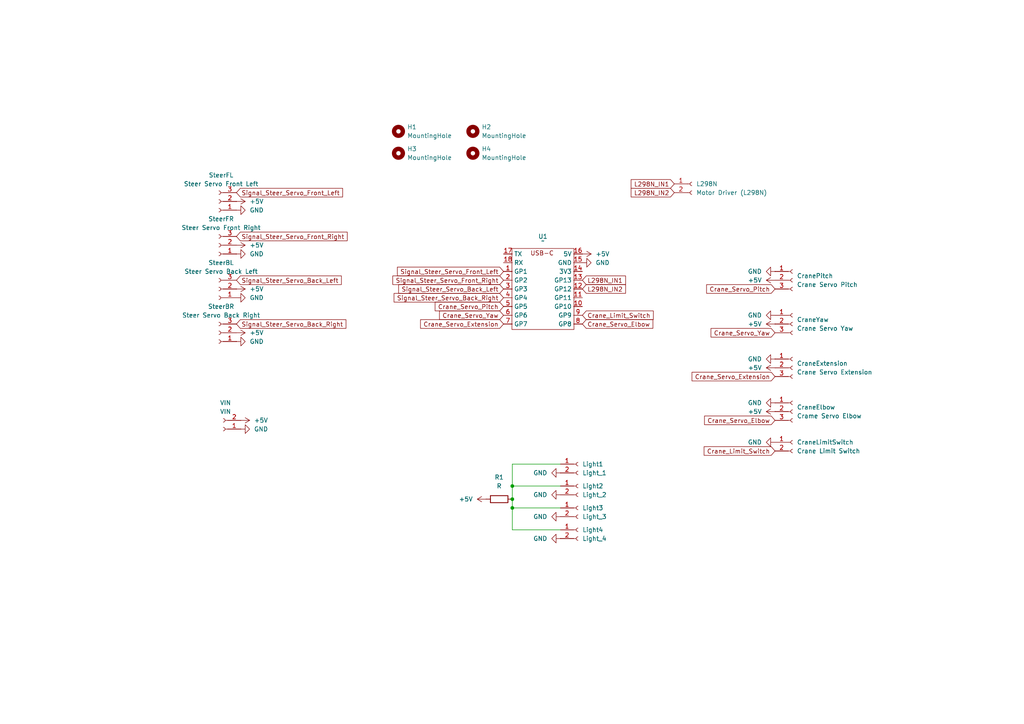
<source format=kicad_sch>
(kicad_sch (version 20250114) (generator "eeschema") (generator_version "9.0")
  (paper "A4")
  (lib_symbols
    (symbol "1-5 scale boards:ESP32-S3-SUPERMINI"
      (property "Reference" "U" (at 0 0 0))
      (symbol "ESP32-S3-SUPERMINI_0_1"
        (rectangle (start -9 11.75) (end 9 -11.75))
      )
      (symbol "ESP32-S3-SUPERMINI_1_1"
        (text "USB-C\n" (at -0.254 10.414 0) (effects (font (size 1.27 1.27))))
        (pin input line (at -11.43 10.16 0) (length 2.54) (name "TX") (number "17"))
        (pin input line (at -11.43 7.62 0) (length 2.54) (name "RX") (number "18"))
        (pin input line (at -11.43 5.08 0) (length 2.54) (name "GP1") (number "1"))
        (pin input line (at -11.43 2.54 0) (length 2.54) (name "GP2") (number "2"))
        (pin input line (at -11.43 0 0) (length 2.54) (name "GP3") (number "3"))
        (pin input line (at -11.43 -2.54 0) (length 2.54) (name "GP4") (number "4"))
        (pin input line (at -11.43 -5.08 0) (length 2.54) (name "GP5") (number "5"))
        (pin input line (at -11.43 -7.62 0) (length 2.54) (name "GP6") (number "6"))
        (pin input line (at -11.43 -10.16 0) (length 2.54) (name "GP7") (number "7"))
        (pin input line (at 11.43 10.16 180) (length 2.54) (name "5V") (number "16"))
        (pin input line (at 11.43 7.62 180) (length 2.54) (name "GND") (number "15"))
        (pin input line (at 11.43 5.08 180) (length 2.54) (name "3V3") (number "14"))
        (pin input line (at 11.43 2.54 180) (length 2.54) (name "GP13") (number "13"))
        (pin input line (at 11.43 0 180) (length 2.54) (name "GP12") (number "12"))
        (pin input line (at 11.43 -2.54 180) (length 2.54) (name "GP11") (number "11"))
        (pin input line (at 11.43 -5.08 180) (length 2.54) (name "GP10") (number "10"))
        (pin input line (at 11.43 -7.62 180) (length 2.54) (name "GP9") (number "9"))
        (pin input line (at 11.43 -10.16 180) (length 2.54) (name "GP8") (number "8"))
      )
    )
    (symbol "Connector:Conn_01x02_Socket" (pin_names (offset 1.016) (hide yes))
      (property "Reference" "J" (at 0 2.54 0))
      (property "Value" "Conn_01x02_Socket" (at 0 -5.08 0))
      (symbol "Conn_01x02_Socket_1_1"
        (polyline (pts (xy -1.27 0) (xy -0.508 0)) (stroke (width 0.1524)))
        (polyline (pts (xy -1.27 -2.54) (xy -0.508 -2.54)) (stroke (width 0.1524)))
        (arc (start 0 -0.508) (mid -0.5058 0) (end 0 0.508) (stroke (width 0.1524)))
        (arc (start 0 -3.048) (mid -0.5058 -2.54) (end 0 -2.032) (stroke (width 0.1524)))
        (pin passive line (at -5.08 0 0) (length 3.81) (name "Pin_1") (number "1"))
        (pin passive line (at -5.08 -2.54 0) (length 3.81) (name "Pin_2") (number "2"))
      )
    )
    (symbol "Connector:Conn_01x03_Socket" (pin_names (offset 1.016) (hide yes))
      (property "Reference" "J" (at 0 5.08 0))
      (property "Value" "Conn_01x03_Socket" (at 0 -5.08 0))
      (symbol "Conn_01x03_Socket_1_1"
        (polyline (pts (xy -1.27 2.54) (xy -0.508 2.54)) (stroke (width 0.1524)))
        (polyline (pts (xy -1.27 0) (xy -0.508 0)) (stroke (width 0.1524)))
        (polyline (pts (xy -1.27 -2.54) (xy -0.508 -2.54)) (stroke (width 0.1524)))
        (arc (start 0 2.032) (mid -0.5058 2.54) (end 0 3.048) (stroke (width 0.1524)))
        (arc (start 0 -0.508) (mid -0.5058 0) (end 0 0.508) (stroke (width 0.1524)))
        (arc (start 0 -3.048) (mid -0.5058 -2.54) (end 0 -2.032) (stroke (width 0.1524)))
        (pin passive line (at -5.08 2.54 0) (length 3.81) (name "Pin_1") (number "1"))
        (pin passive line (at -5.08 0 0) (length 3.81) (name "Pin_2") (number "2"))
        (pin passive line (at -5.08 -2.54 0) (length 3.81) (name "Pin_3") (number "3"))
      )
    )
    (symbol "Device:R" (pin_numbers (hide yes)) (pin_names (offset 0))
      (property "Reference" "R" (at 2.032 0 90))
      (property "Value" "R" (at 0 0 90))
      (symbol "R_0_1"
        (rectangle (start -1.016 -2.54) (end 1.016 2.54) (stroke (width 0.254)))
      )
      (symbol "R_1_1"
        (pin passive line (at 0 3.81 270) (length 1.27) (name "~") (number "1"))
        (pin passive line (at 0 -3.81 90) (length 1.27) (name "~") (number "2"))
      )
    )
    (symbol "Mechanical:MountingHole" (pin_names (offset 1.016)) (exclude_from_sim yes) (in_bom no)
      (property "Reference" "H" (at 0 5.08 0))
      (property "Value" "MountingHole" (at 0 3.175 0))
      (symbol "MountingHole_0_1"
        (circle (center 0 0) (radius 1.27) (stroke (width 1.27)))
      )
    )
    (symbol "power:+5V" (power) (pin_numbers (hide yes)) (pin_names (offset 0) (hide yes))
      (property "Value" "+5V" (at 0 3.556 0))
      (symbol "+5V_0_1"
        (polyline (pts (xy -0.762 1.27) (xy 0 2.54)))
        (polyline (pts (xy 0 2.54) (xy 0.762 1.27)))
        (polyline (pts (xy 0 0) (xy 0 2.54)))
      )
      (symbol "+5V_1_1"
        (pin power_in line (at 0 0 90) (length 0) (name "~") (number "1"))
      )
    )
    (symbol "power:GND" (power) (pin_numbers (hide yes)) (pin_names (offset 0) (hide yes))
      (property "Value" "GND" (at 0 -3.81 0))
      (symbol "GND_0_1"
        (polyline (pts (xy 0 0) (xy 0 -1.27) (xy 1.27 -1.27) (xy 0 -2.54) (xy -1.27 -1.27) (xy 0 -1.27)))
      )
      (symbol "GND_1_1"
        (pin power_in line (at 0 0 270) (length 0) (name "~") (number "1"))
      )
    )
  )
  (junction (at 148.59 140.97))
  (junction (at 148.59 147.32))
  (junction (at 148.59 144.78))
  (wire (pts (xy 148.59 153.67) (xy 162.56 153.67)))
  (wire (pts (xy 148.59 147.32) (xy 162.56 147.32)))
  (wire (pts (xy 148.59 134.62) (xy 162.56 134.62)))
  (wire (pts (xy 148.59 140.97) (xy 162.56 140.97)))
  (wire (pts (xy 148.59 134.62) (xy 148.59 140.97)))
  (wire (pts (xy 148.59 140.97) (xy 148.59 144.78)))
  (wire (pts (xy 148.59 144.78) (xy 148.59 147.32)))
  (wire (pts (xy 148.59 147.32) (xy 148.59 153.67)))
  (global_label "Signal_Steer_Servo_Front_Left" (shape input) (at 68.58 55.88 0) (property "Intersheetrefs" "${INTERSHEET_REFS}" (effects (hide yes))))
  (global_label "L298N_IN1" (shape input) (at 195.58 53.34 180) (property "Intersheetrefs" "${INTERSHEET_REFS}" (effects (hide yes))))
  (global_label "Signal_Steer_Servo_Back_Left" (shape input) (at 146.05 83.82 180) (property "Intersheetrefs" "${INTERSHEET_REFS}" (effects (hide yes))))
  (global_label "Crane_Servo_Pitch" (shape input) (at 146.05 88.9 180) (property "Intersheetrefs" "${INTERSHEET_REFS}" (effects (hide yes))))
  (global_label "Crane_Servo_Yaw" (shape input) (at 146.05 91.44 180) (property "Intersheetrefs" "${INTERSHEET_REFS}" (effects (hide yes))))
  (global_label "L298N_IN2" (shape input) (at 168.91 83.82 0) (property "Intersheetrefs" "${INTERSHEET_REFS}" (effects (hide yes))))
  (global_label "Crane_Servo_Extension" (shape input) (at 224.79 109.22 180) (property "Intersheetrefs" "${INTERSHEET_REFS}" (effects (hide yes))))
  (global_label "Crane_Servo_Pitch" (shape input) (at 224.79 83.82 180) (property "Intersheetrefs" "${INTERSHEET_REFS}" (effects (hide yes))))
  (global_label "Crane_Servo_Yaw" (shape input) (at 224.79 96.52 180) (property "Intersheetrefs" "${INTERSHEET_REFS}" (effects (hide yes))))
  (global_label "Crane_Limit_Switch" (shape input) (at 224.79 130.81 180) (property "Intersheetrefs" "${INTERSHEET_REFS}" (effects (hide yes))))
  (global_label "Signal_Steer_Servo_Back_Right" (shape input) (at 68.58 93.98 0) (property "Intersheetrefs" "${INTERSHEET_REFS}" (effects (hide yes))))
  (global_label "L298N_IN1" (shape input) (at 168.91 81.28 0) (property "Intersheetrefs" "${INTERSHEET_REFS}" (effects (hide yes))))
  (global_label "Signal_Steer_Servo_Front_Right" (shape input) (at 68.58 68.58 0) (property "Intersheetrefs" "${INTERSHEET_REFS}" (effects (hide yes))))
  (global_label "Signal_Steer_Servo_Back_Right" (shape input) (at 146.05 86.36 180) (property "Intersheetrefs" "${INTERSHEET_REFS}" (effects (hide yes))))
  (global_label "Crane_Limit_Switch" (shape input) (at 168.91 91.44 0) (property "Intersheetrefs" "${INTERSHEET_REFS}" (effects (hide yes))))
  (global_label "Crane_Servo_Elbow" (shape input) (at 224.79 121.92 180) (property "Intersheetrefs" "${INTERSHEET_REFS}" (effects (hide yes))))
  (global_label "L298N_IN2" (shape input) (at 195.58 55.88 180) (property "Intersheetrefs" "${INTERSHEET_REFS}" (effects (hide yes))))
  (global_label "Signal_Steer_Servo_Back_Left" (shape input) (at 68.58 81.28 0) (property "Intersheetrefs" "${INTERSHEET_REFS}" (effects (hide yes))))
  (global_label "Crane_Servo_Elbow" (shape input) (at 168.91 93.98 0) (property "Intersheetrefs" "${INTERSHEET_REFS}" (effects (hide yes))))
  (global_label "Crane_Servo_Extension" (shape input) (at 146.05 93.98 180) (property "Intersheetrefs" "${INTERSHEET_REFS}" (effects (hide yes))))
  (global_label "Signal_Steer_Servo_Front_Right" (shape input) (at 146.05 81.28 180) (property "Intersheetrefs" "${INTERSHEET_REFS}" (effects (hide yes))))
  (global_label "Signal_Steer_Servo_Front_Left" (shape input) (at 146.05 78.74 180) (property "Intersheetrefs" "${INTERSHEET_REFS}" (effects (hide yes))))
  (symbol (lib_id "power:+5V") (at 140.97 144.78 90) (unit 1)
    (property "Reference" "#PWR025" (effects (hide yes)))
    (property "Value" "+5V" (at 137.16 144.7799 90) (effects (justify left)))
    (property "Description" "Power symbol creates a global label with name \"+5V\"" (effects (hide yes)))
  )
  (symbol (lib_id "Connector:Conn_01x03_Socket") (at 229.87 106.68 0) (unit 1)
    (property "Reference" "CraneExtension" (at 231.14 105.4099 0) (effects (justify left)))
    (property "Value" "Crane Servo Extension" (at 231.14 107.9499 0) (effects (justify left)))
    (property "Footprint" "Connector_JST:JST_XH_B3B-XH-A_1x03_P2.50mm_Vertical" (effects (hide yes)))
    (property "Description" "Generic connector, single row, 01x03, script generated" (effects (hide yes)))
  )
  (symbol (lib_id "power:GND") (at 224.79 128.27 270) (unit 1)
    (property "Reference" "#PWR019" (effects (hide yes)))
    (property "Value" "GND" (at 220.98 128.2701 90) (effects (justify right)))
    (property "Description" "Power symbol creates a global label with name \"GND\" , ground" (effects (hide yes)))
  )
  (symbol (lib_id "Connector:Conn_01x02_Socket") (at 64.77 124.46 180) (unit 1)
    (property "Reference" "VIN" (at 65.405 116.84 0))
    (property "Value" "VIN" (at 65.405 119.38 0))
    (property "Footprint" "Connector_JST:JST_XH_B2B-XH-A_1x02_P2.50mm_Vertical" (effects (hide yes)))
    (property "Description" "Generic connector, single row, 01x02, script generated" (effects (hide yes)))
  )
  (symbol (lib_id "power:GND") (at 162.56 143.51 270) (unit 1)
    (property "Reference" "#PWR022" (effects (hide yes)))
    (property "Value" "GND" (at 158.75 143.5099 90) (effects (justify right)))
    (property "Description" "Power symbol creates a global label with name \"GND\" , ground" (effects (hide yes)))
  )
  (symbol (lib_id "power:+5V") (at 68.58 83.82 270) (unit 1)
    (property "Reference" "#PWR04" (effects (hide yes)))
    (property "Value" "+5V" (at 72.39 83.8199 90) (effects (justify left)))
    (property "Description" "Power symbol creates a global label with name \"+5V\"" (effects (hide yes)))
  )
  (symbol (lib_id "power:GND") (at 168.91 76.2 90) (unit 1)
    (property "Reference" "#PWR06" (effects (hide yes)))
    (property "Value" "GND" (at 172.72 76.1999 90) (effects (justify right)))
    (property "Description" "Power symbol creates a global label with name \"GND\" , ground" (effects (hide yes)))
  )
  (symbol (lib_id "Connector:Conn_01x03_Socket") (at 63.5 83.82 180) (unit 1)
    (property "Reference" "SteerBL" (at 64.135 76.2 0))
    (property "Value" "Steer Servo Back Left" (at 64.135 78.74 0))
    (property "Footprint" "Connector_JST:JST_XH_B3B-XH-A_1x03_P2.50mm_Vertical" (effects (hide yes)))
    (property "Description" "Generic connector, single row, 01x03, script generated" (effects (hide yes)))
  )
  (symbol (lib_id "power:GND") (at 162.56 137.16 270) (unit 1)
    (property "Reference" "#PWR021" (effects (hide yes)))
    (property "Value" "GND" (at 158.75 137.1599 90) (effects (justify right)))
    (property "Description" "Power symbol creates a global label with name \"GND\" , ground" (effects (hide yes)))
  )
  (symbol (lib_id "power:+5V") (at 68.58 96.52 270) (unit 1)
    (property "Reference" "#PWR05" (effects (hide yes)))
    (property "Value" "+5V" (at 72.39 96.5199 90) (effects (justify left)))
    (property "Description" "Power symbol creates a global label with name \"+5V\"" (effects (hide yes)))
  )
  (symbol (lib_id "Connector:Conn_01x02_Socket") (at 167.64 134.62 0) (unit 1)
    (property "Reference" "Light1" (at 168.91 134.6199 0) (effects (justify left)))
    (property "Value" "Light_1" (at 168.91 137.1599 0) (effects (justify left)))
    (property "Footprint" "Connector_JST:JST_XH_B2B-XH-A_1x02_P2.50mm_Vertical" (effects (hide yes)))
    (property "Description" "Generic connector, single row, 01x02, script generated" (effects (hide yes)))
  )
  (symbol (lib_id "power:GND") (at 162.56 156.21 270) (unit 1)
    (property "Reference" "#PWR024" (effects (hide yes)))
    (property "Value" "GND" (at 158.75 156.2099 90) (effects (justify right)))
    (property "Description" "Power symbol creates a global label with name \"GND\" , ground" (effects (hide yes)))
  )
  (symbol (lib_id "power:+5V") (at 224.79 119.38 90) (unit 1)
    (property "Reference" "#PWR011" (effects (hide yes)))
    (property "Value" "+5V" (at 220.98 119.3801 90) (effects (justify left)))
    (property "Description" "Power symbol creates a global label with name \"+5V\"" (effects (hide yes)))
  )
  (symbol (lib_id "power:GND") (at 224.79 104.14 270) (unit 1)
    (property "Reference" "#PWR014" (effects (hide yes)))
    (property "Value" "GND" (at 220.98 104.1401 90) (effects (justify right)))
    (property "Description" "Power symbol creates a global label with name \"GND\" , ground" (effects (hide yes)))
  )
  (symbol (lib_id "power:+5V") (at 68.58 58.42 270) (unit 1)
    (property "Reference" "#PWR02" (effects (hide yes)))
    (property "Value" "+5V" (at 72.39 58.4199 90) (effects (justify left)))
    (property "Description" "Power symbol creates a global label with name \"+5V\"" (effects (hide yes)))
  )
  (symbol (lib_id "power:GND") (at 68.58 86.36 90) (unit 1)
    (property "Reference" "#PWR09" (effects (hide yes)))
    (property "Value" "GND" (at 72.39 86.3599 90) (effects (justify right)))
    (property "Description" "Power symbol creates a global label with name \"GND\" , ground" (effects (hide yes)))
  )
  (symbol (lib_id "Connector:Conn_01x02_Socket") (at 167.64 140.97 0) (unit 1)
    (property "Reference" "Light2" (at 168.91 140.9699 0) (effects (justify left)))
    (property "Value" "Light_2" (at 168.91 143.5099 0) (effects (justify left)))
    (property "Footprint" "Connector_JST:JST_XH_B2B-XH-A_1x02_P2.50mm_Vertical" (effects (hide yes)))
    (property "Description" "Generic connector, single row, 01x02, script generated" (effects (hide yes)))
  )
  (symbol (lib_id "Connector:Conn_01x03_Socket") (at 63.5 71.12 180) (unit 1)
    (property "Reference" "SteerFR" (at 64.135 63.5 0))
    (property "Value" "Steer Servo Front Right" (at 64.135 66.04 0))
    (property "Footprint" "Connector_JST:JST_XH_B3B-XH-A_1x03_P2.50mm_Vertical" (effects (hide yes)))
    (property "Description" "Generic connector, single row, 01x03, script generated" (effects (hide yes)))
  )
  (symbol (lib_id "Connector:Conn_01x02_Socket") (at 200.66 53.34 0) (unit 1)
    (property "Reference" "L298N" (at 201.93 53.3399 0) (effects (justify left)))
    (property "Value" "Motor Driver (L298N)" (at 201.93 55.8799 0) (effects (justify left)))
    (property "Footprint" "Connector_JST:JST_XH_B2B-XH-A_1x02_P2.50mm_Vertical" (effects (hide yes)))
    (property "Description" "Generic connector, single row, 01x02, script generated" (effects (hide yes)))
  )
  (symbol (lib_id "power:GND") (at 162.56 149.86 270) (unit 1)
    (property "Reference" "#PWR023" (effects (hide yes)))
    (property "Value" "GND" (at 158.75 149.8599 90) (effects (justify right)))
    (property "Description" "Power symbol creates a global label with name \"GND\" , ground" (effects (hide yes)))
  )
  (symbol (lib_id "Connector:Conn_01x03_Socket") (at 63.5 96.52 180) (unit 1)
    (property "Reference" "SteerBR" (at 64.135 88.9 0))
    (property "Value" "Steer Servo Back Right" (at 64.135 91.44 0))
    (property "Footprint" "Connector_JST:JST_XH_B3B-XH-A_1x03_P2.50mm_Vertical" (effects (hide yes)))
    (property "Description" "Generic connector, single row, 01x03, script generated" (effects (hide yes)))
  )
  (symbol (lib_id "power:+5V") (at 68.58 71.12 270) (unit 1)
    (property "Reference" "#PWR03" (effects (hide yes)))
    (property "Value" "+5V" (at 72.39 71.1199 90) (effects (justify left)))
    (property "Description" "Power symbol creates a global label with name \"+5V\"" (effects (hide yes)))
  )
  (symbol (lib_id "Mechanical:MountingHole") (at 137.16 44.45 0) (unit 1) (exclude_from_sim yes) (in_bom no)
    (property "Reference" "H4" (at 139.7 43.1799 0) (effects (justify left)))
    (property "Value" "MountingHole" (at 139.7 45.7199 0) (effects (justify left)))
    (property "Footprint" "MountingHole:MountingHole_4.3mm_M4" (effects (hide yes)))
    (property "Description" "Mounting Hole without connection" (effects (hide yes)))
  )
  (symbol (lib_id "Connector:Conn_01x02_Socket") (at 229.87 128.27 0) (unit 1)
    (property "Reference" "CraneLimitSwitch" (at 231.14 128.2699 0) (effects (justify left)))
    (property "Value" "Crane Limit Switch" (at 231.14 130.8099 0) (effects (justify left)))
    (property "Footprint" "Connector_JST:JST_XH_B2B-XH-A_1x02_P2.50mm_Vertical" (effects (hide yes)))
    (property "Description" "Generic connector, single row, 01x02, script generated" (effects (hide yes)))
  )
  (symbol (lib_id "Connector:Conn_01x03_Socket") (at 229.87 119.38 0) (unit 1)
    (property "Reference" "CraneElbow" (at 231.14 118.1099 0) (effects (justify left)))
    (property "Value" "Crame Servo Elbow" (at 231.14 120.6499 0) (effects (justify left)))
    (property "Footprint" "Connector_JST:JST_XH_B3B-XH-A_1x03_P2.50mm_Vertical" (effects (hide yes)))
    (property "Description" "Generic connector, single row, 01x03, script generated" (effects (hide yes)))
  )
  (symbol (lib_id "power:GND") (at 224.79 91.44 270) (unit 1)
    (property "Reference" "#PWR016" (effects (hide yes)))
    (property "Value" "GND" (at 220.98 91.4401 90) (effects (justify right)))
    (property "Description" "Power symbol creates a global label with name \"GND\" , ground" (effects (hide yes)))
  )
  (symbol (lib_id "power:GND") (at 68.58 73.66 90) (unit 1)
    (property "Reference" "#PWR08" (effects (hide yes)))
    (property "Value" "GND" (at 72.39 73.6599 90) (effects (justify right)))
    (property "Description" "Power symbol creates a global label with name \"GND\" , ground" (effects (hide yes)))
  )
  (symbol (lib_id "1-5 scale boards:ESP32-S3-SUPERMINI") (at 157.48 83.82 0) (unit 1)
    (property "Reference" "U1" (at 157.48 68.58 0))
    (property "Value" "~" (at 157.48 69.85 0))
    (property "Footprint" "1-5 scale boards:ESP32-S3-SUPERMINI" (effects (hide yes)))
  )
  (symbol (lib_id "Connector:Conn_01x03_Socket") (at 63.5 58.42 180) (unit 1)
    (property "Reference" "SteerFL" (at 64.135 50.8 0))
    (property "Value" "Steer Servo Front Left" (at 64.135 53.34 0))
    (property "Footprint" "Connector_JST:JST_XH_B3B-XH-A_1x03_P2.50mm_Vertical" (effects (hide yes)))
    (property "Description" "Generic connector, single row, 01x03, script generated" (effects (hide yes)))
  )
  (symbol (lib_id "power:GND") (at 68.58 99.06 90) (unit 1)
    (property "Reference" "#PWR010" (effects (hide yes)))
    (property "Value" "GND" (at 72.39 99.0599 90) (effects (justify right)))
    (property "Description" "Power symbol creates a global label with name \"GND\" , ground" (effects (hide yes)))
  )
  (symbol (lib_id "Mechanical:MountingHole") (at 137.16 38.1 0) (unit 1) (exclude_from_sim yes) (in_bom no)
    (property "Reference" "H2" (at 139.7 36.8299 0) (effects (justify left)))
    (property "Value" "MountingHole" (at 139.7 39.3699 0) (effects (justify left)))
    (property "Footprint" "MountingHole:MountingHole_4.3mm_M4" (effects (hide yes)))
    (property "Description" "Mounting Hole without connection" (effects (hide yes)))
  )
  (symbol (lib_id "power:GND") (at 68.58 60.96 90) (unit 1)
    (property "Reference" "#PWR07" (effects (hide yes)))
    (property "Value" "GND" (at 72.39 60.9599 90) (effects (justify right)))
    (property "Description" "Power symbol creates a global label with name \"GND\" , ground" (effects (hide yes)))
  )
  (symbol (lib_id "power:GND") (at 224.79 78.74 270) (unit 1)
    (property "Reference" "#PWR018" (effects (hide yes)))
    (property "Value" "GND" (at 220.98 78.7401 90) (effects (justify right)))
    (property "Description" "Power symbol creates a global label with name \"GND\" , ground" (effects (hide yes)))
  )
  (symbol (lib_id "Connector:Conn_01x02_Socket") (at 167.64 147.32 0) (unit 1)
    (property "Reference" "Light3" (at 168.91 147.3199 0) (effects (justify left)))
    (property "Value" "Light_3" (at 168.91 149.8599 0) (effects (justify left)))
    (property "Footprint" "Connector_JST:JST_XH_B2B-XH-A_1x02_P2.50mm_Vertical" (effects (hide yes)))
    (property "Description" "Generic connector, single row, 01x02, script generated" (effects (hide yes)))
  )
  (symbol (lib_id "power:GND") (at 69.85 124.46 90) (unit 1)
    (property "Reference" "#PWR020" (effects (hide yes)))
    (property "Value" "GND" (at 73.66 124.4599 90) (effects (justify right)))
    (property "Description" "Power symbol creates a global label with name \"GND\" , ground" (effects (hide yes)))
  )
  (symbol (lib_id "power:+5V") (at 224.79 106.68 90) (unit 1)
    (property "Reference" "#PWR013" (effects (hide yes)))
    (property "Value" "+5V" (at 220.98 106.6801 90) (effects (justify left)))
    (property "Description" "Power symbol creates a global label with name \"+5V\"" (effects (hide yes)))
  )
  (symbol (lib_id "Connector:Conn_01x03_Socket") (at 229.87 93.98 0) (unit 1)
    (property "Reference" "CraneYaw" (at 231.14 92.7099 0) (effects (justify left)))
    (property "Value" "Crane Servo Yaw" (at 231.14 95.2499 0) (effects (justify left)))
    (property "Footprint" "Connector_JST:JST_XH_B3B-XH-A_1x03_P2.50mm_Vertical" (effects (hide yes)))
    (property "Description" "Generic connector, single row, 01x03, script generated" (effects (hide yes)))
  )
  (symbol (lib_id "Mechanical:MountingHole") (at 115.57 44.45 0) (unit 1) (exclude_from_sim yes) (in_bom no)
    (property "Reference" "H3" (at 118.11 43.1799 0) (effects (justify left)))
    (property "Value" "MountingHole" (at 118.11 45.7199 0) (effects (justify left)))
    (property "Footprint" "MountingHole:MountingHole_4.3mm_M4" (effects (hide yes)))
    (property "Description" "Mounting Hole without connection" (effects (hide yes)))
  )
  (symbol (lib_id "Connector:Conn_01x03_Socket") (at 229.87 81.28 0) (unit 1)
    (property "Reference" "CranePitch" (at 231.14 80.0099 0) (effects (justify left)))
    (property "Value" "Crane Servo Pitch" (at 231.14 82.5499 0) (effects (justify left)))
    (property "Footprint" "Connector_JST:JST_XH_B3B-XH-A_1x03_P2.50mm_Vertical" (effects (hide yes)))
    (property "Description" "Generic connector, single row, 01x03, script generated" (effects (hide yes)))
  )
  (symbol (lib_id "Mechanical:MountingHole") (at 115.57 38.1 0) (unit 1) (exclude_from_sim yes) (in_bom no)
    (property "Reference" "H1" (at 118.11 36.8299 0) (effects (justify left)))
    (property "Value" "MountingHole" (at 118.11 39.3699 0) (effects (justify left)))
    (property "Footprint" "MountingHole:MountingHole_4.3mm_M4" (effects (hide yes)))
    (property "Description" "Mounting Hole without connection" (effects (hide yes)))
  )
  (symbol (lib_id "Connector:Conn_01x02_Socket") (at 167.64 153.67 0) (unit 1)
    (property "Reference" "Light4" (at 168.91 153.6699 0) (effects (justify left)))
    (property "Value" "Light_4" (at 168.91 156.2099 0) (effects (justify left)))
    (property "Footprint" "Connector_JST:JST_XH_B2B-XH-A_1x02_P2.50mm_Vertical" (effects (hide yes)))
    (property "Description" "Generic connector, single row, 01x02, script generated" (effects (hide yes)))
  )
  (symbol (lib_id "power:+5V") (at 224.79 93.98 90) (unit 1)
    (property "Reference" "#PWR015" (effects (hide yes)))
    (property "Value" "+5V" (at 220.98 93.9801 90) (effects (justify left)))
    (property "Description" "Power symbol creates a global label with name \"+5V\"" (effects (hide yes)))
  )
  (symbol (lib_id "power:+5V") (at 168.91 73.66 270) (unit 1)
    (property "Reference" "#PWR01" (effects (hide yes)))
    (property "Value" "+5V" (at 172.72 73.6599 90) (effects (justify left)))
    (property "Description" "Power symbol creates a global label with name \"+5V\"" (effects (hide yes)))
  )
  (symbol (lib_id "power:GND") (at 224.79 116.84 270) (unit 1)
    (property "Reference" "#PWR012" (effects (hide yes)))
    (property "Value" "GND" (at 220.98 116.8401 90) (effects (justify right)))
    (property "Description" "Power symbol creates a global label with name \"GND\" , ground" (effects (hide yes)))
  )
  (symbol (lib_id "power:+5V") (at 69.85 121.92 270) (unit 1)
    (property "Reference" "#PWR026" (effects (hide yes)))
    (property "Value" "+5V" (at 73.66 121.9199 90) (effects (justify left)))
    (property "Description" "Power symbol creates a global label with name \"+5V\"" (effects (hide yes)))
  )
  (symbol (lib_id "Device:R") (at 144.78 144.78 90) (unit 1)
    (property "Reference" "R1" (at 144.78 138.43 90))
    (property "Value" "R" (at 144.78 140.97 90))
    (property "Footprint" "Resistor_THT:R_Axial_DIN0207_L6.3mm_D2.5mm_P10.16mm_Horizontal" (effects (hide yes)))
    (property "Description" "Resistor" (effects (hide yes)))
  )
  (symbol (lib_id "power:+5V") (at 224.79 81.28 90) (unit 1)
    (property "Reference" "#PWR017" (effects (hide yes)))
    (property "Value" "+5V" (at 220.98 81.2801 90) (effects (justify left)))
    (property "Description" "Power symbol creates a global label with name \"+5V\"" (effects (hide yes)))
  )
)
</source>
